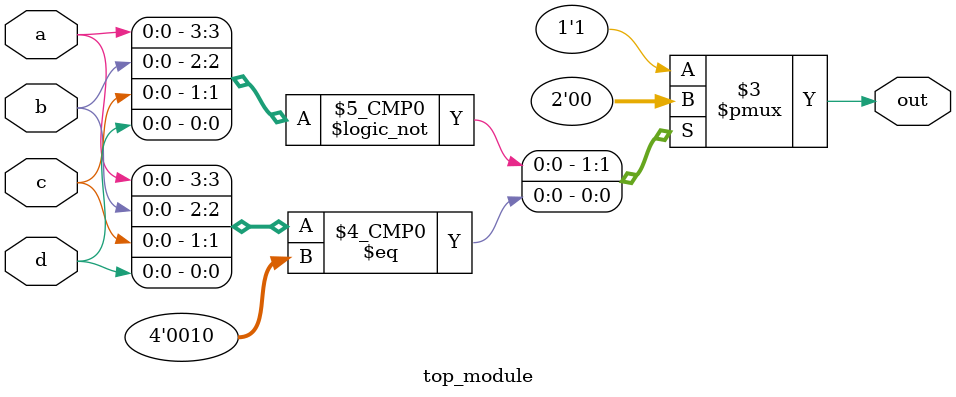
<source format=sv>
module top_module (
  input a, 
  input b,
  input c,
  input d,
  output reg out
);
  
  always @(a or b or c or d) begin
    case ({a, b, c, d})
      4'b0000: out = 1'b0;
      4'b0001: out = 1'b1;
      4'b0010: out = 1'b0;
      default: out = 1'b1;
    endcase
  end
endmodule

</source>
